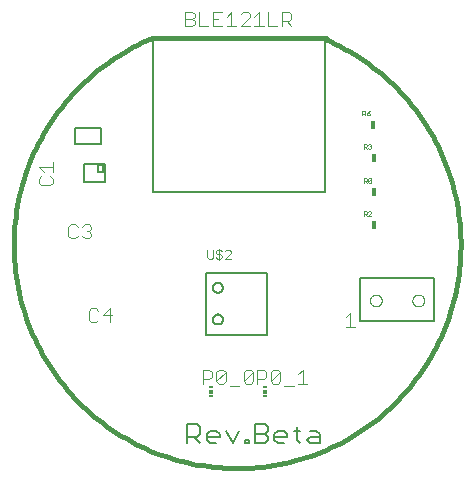
<source format=gto>
G75*
%MOIN*%
%OFA0B0*%
%FSLAX25Y25*%
%IPPOS*%
%LPD*%
%AMOC8*
5,1,8,0,0,1.08239X$1,22.5*
%
%ADD10C,0.00600*%
%ADD11C,0.01600*%
%ADD12C,0.00500*%
%ADD13C,0.00400*%
%ADD14R,0.01181X0.00591*%
%ADD15R,0.01181X0.01181*%
%ADD16C,0.00100*%
%ADD17R,0.01800X0.03000*%
%ADD18C,0.00300*%
%ADD19C,0.00000*%
D10*
X0071641Y0010761D02*
X0071641Y0017167D01*
X0074844Y0017167D01*
X0075912Y0016099D01*
X0075912Y0013964D01*
X0074844Y0012897D01*
X0071641Y0012897D01*
X0073776Y0012897D02*
X0075912Y0010761D01*
X0078087Y0011829D02*
X0078087Y0013964D01*
X0079154Y0015032D01*
X0081289Y0015032D01*
X0082357Y0013964D01*
X0082357Y0012897D01*
X0078087Y0012897D01*
X0078087Y0011829D02*
X0079154Y0010761D01*
X0081289Y0010761D01*
X0084532Y0015032D02*
X0086667Y0010761D01*
X0088803Y0015032D01*
X0090978Y0011829D02*
X0092045Y0011829D01*
X0092045Y0010761D01*
X0090978Y0010761D01*
X0090978Y0011829D01*
X0094200Y0010761D02*
X0097403Y0010761D01*
X0098471Y0011829D01*
X0098471Y0012897D01*
X0097403Y0013964D01*
X0094200Y0013964D01*
X0094200Y0010761D02*
X0094200Y0017167D01*
X0097403Y0017167D01*
X0098471Y0016099D01*
X0098471Y0015032D01*
X0097403Y0013964D01*
X0100646Y0013964D02*
X0100646Y0011829D01*
X0101714Y0010761D01*
X0103849Y0010761D01*
X0104916Y0012897D02*
X0100646Y0012897D01*
X0100646Y0013964D02*
X0101714Y0015032D01*
X0103849Y0015032D01*
X0104916Y0013964D01*
X0104916Y0012897D01*
X0107091Y0015032D02*
X0109227Y0015032D01*
X0108159Y0016099D02*
X0108159Y0011829D01*
X0109227Y0010761D01*
X0111388Y0011829D02*
X0112456Y0012897D01*
X0115659Y0012897D01*
X0115659Y0013964D02*
X0115659Y0010761D01*
X0112456Y0010761D01*
X0111388Y0011829D01*
X0112456Y0015032D02*
X0114591Y0015032D01*
X0115659Y0013964D01*
D11*
X0117404Y0145501D02*
X0119074Y0144765D01*
X0120726Y0143987D01*
X0122358Y0143170D01*
X0123970Y0142313D01*
X0125560Y0141416D01*
X0127128Y0140481D01*
X0128672Y0139508D01*
X0130192Y0138497D01*
X0131687Y0137449D01*
X0133155Y0136365D01*
X0134597Y0135245D01*
X0136011Y0134090D01*
X0137396Y0132901D01*
X0138751Y0131678D01*
X0140076Y0130422D01*
X0141370Y0129135D01*
X0142632Y0127816D01*
X0143861Y0126466D01*
X0145057Y0125087D01*
X0146218Y0123679D01*
X0147345Y0122242D01*
X0148436Y0120779D01*
X0149491Y0119289D01*
X0150510Y0117774D01*
X0151490Y0116235D01*
X0152433Y0114671D01*
X0153337Y0113086D01*
X0154202Y0111478D01*
X0155028Y0109850D01*
X0155813Y0108202D01*
X0156557Y0106535D01*
X0157261Y0104851D01*
X0157923Y0103149D01*
X0158543Y0101432D01*
X0159121Y0099701D01*
X0159656Y0097956D01*
X0160148Y0096198D01*
X0160597Y0094428D01*
X0161003Y0092649D01*
X0161364Y0090859D01*
X0161682Y0089062D01*
X0161956Y0087257D01*
X0162185Y0085446D01*
X0162370Y0083630D01*
X0162510Y0081810D01*
X0162606Y0079987D01*
X0162657Y0078162D01*
X0162663Y0076337D01*
X0162625Y0074511D01*
X0162541Y0072688D01*
X0162413Y0070867D01*
X0162241Y0069050D01*
X0162024Y0067237D01*
X0161762Y0065430D01*
X0161457Y0063631D01*
X0161107Y0061839D01*
X0160714Y0060057D01*
X0160277Y0058284D01*
X0159797Y0056523D01*
X0159273Y0054774D01*
X0158707Y0053039D01*
X0158099Y0051318D01*
X0157449Y0049612D01*
X0156757Y0047923D01*
X0156023Y0046251D01*
X0155249Y0044598D01*
X0154435Y0042964D01*
X0153581Y0041350D01*
X0152688Y0039758D01*
X0151756Y0038189D01*
X0150786Y0036643D01*
X0149778Y0035121D01*
X0148733Y0033624D01*
X0147652Y0032153D01*
X0146535Y0030709D01*
X0145383Y0029293D01*
X0144196Y0027906D01*
X0142976Y0026548D01*
X0141723Y0025220D01*
X0140438Y0023924D01*
X0139122Y0022659D01*
X0137775Y0021427D01*
X0136398Y0020229D01*
X0134992Y0019064D01*
X0133558Y0017935D01*
X0132097Y0016840D01*
X0130609Y0015782D01*
X0129096Y0014761D01*
X0127558Y0013777D01*
X0125997Y0012832D01*
X0124413Y0011924D01*
X0122807Y0011056D01*
X0121181Y0010227D01*
X0119534Y0009439D01*
X0117869Y0008691D01*
X0116186Y0007984D01*
X0114486Y0007319D01*
X0112771Y0006695D01*
X0111040Y0006114D01*
X0109296Y0005575D01*
X0107539Y0005080D01*
X0105771Y0004627D01*
X0103992Y0004218D01*
X0102203Y0003853D01*
X0100406Y0003531D01*
X0098602Y0003254D01*
X0096791Y0003021D01*
X0094976Y0002832D01*
X0093156Y0002689D01*
X0091333Y0002589D01*
X0089508Y0002535D01*
X0087683Y0002525D01*
X0085858Y0002560D01*
X0084034Y0002639D01*
X0082213Y0002763D01*
X0080395Y0002932D01*
X0078582Y0003146D01*
X0076775Y0003403D01*
X0074975Y0003705D01*
X0073182Y0004051D01*
X0071399Y0004441D01*
X0069626Y0004875D01*
X0067864Y0005351D01*
X0066114Y0005871D01*
X0064377Y0006434D01*
X0062655Y0007039D01*
X0060948Y0007686D01*
X0059257Y0008374D01*
X0057584Y0009104D01*
X0055929Y0009875D01*
X0054294Y0010686D01*
X0052679Y0011536D01*
X0051085Y0012427D01*
X0049513Y0013355D01*
X0047965Y0014323D01*
X0046441Y0015327D01*
X0044942Y0016369D01*
X0043469Y0017448D01*
X0042023Y0018562D01*
X0040605Y0019711D01*
X0039215Y0020894D01*
X0037855Y0022112D01*
X0036525Y0023362D01*
X0035226Y0024644D01*
X0033958Y0025958D01*
X0032724Y0027303D01*
X0031523Y0028677D01*
X0030355Y0030081D01*
X0029223Y0031513D01*
X0028126Y0032972D01*
X0027065Y0034457D01*
X0026040Y0035968D01*
X0025054Y0037504D01*
X0024105Y0039063D01*
X0023194Y0040645D01*
X0022323Y0042249D01*
X0021491Y0043874D01*
X0020699Y0045519D01*
X0019948Y0047183D01*
X0019238Y0048865D01*
X0018569Y0050563D01*
X0017942Y0052278D01*
X0017357Y0054007D01*
X0016815Y0055750D01*
X0016316Y0057506D01*
X0015860Y0059273D01*
X0015447Y0061052D01*
X0015078Y0062839D01*
X0014753Y0064636D01*
X0014472Y0066439D01*
X0014235Y0068249D01*
X0014043Y0070065D01*
X0013896Y0071884D01*
X0013793Y0073707D01*
X0013734Y0075531D01*
X0013721Y0077357D01*
X0013752Y0079182D01*
X0013828Y0081006D01*
X0013949Y0082827D01*
X0014114Y0084645D01*
X0014324Y0086459D01*
X0014578Y0088266D01*
X0014876Y0090067D01*
X0015218Y0091860D01*
X0015605Y0093644D01*
X0016035Y0095419D01*
X0016508Y0097182D01*
X0017024Y0098933D01*
X0017583Y0100670D01*
X0018185Y0102394D01*
X0018828Y0104102D01*
X0019513Y0105794D01*
X0020240Y0107469D01*
X0021007Y0109125D01*
X0021815Y0110762D01*
X0022662Y0112379D01*
X0023549Y0113974D01*
X0024475Y0115548D01*
X0025439Y0117098D01*
X0026441Y0118624D01*
X0027480Y0120125D01*
X0028555Y0121600D01*
X0029666Y0123048D01*
X0030812Y0124469D01*
X0031993Y0125861D01*
X0033208Y0127224D01*
X0034455Y0128557D01*
X0035735Y0129858D01*
X0037047Y0131128D01*
X0038389Y0132365D01*
X0039761Y0133569D01*
X0041162Y0134740D01*
X0042591Y0135875D01*
X0044048Y0136975D01*
X0045532Y0138039D01*
X0047041Y0139066D01*
X0048574Y0140056D01*
X0050132Y0141008D01*
X0051712Y0141922D01*
X0053314Y0142797D01*
X0054938Y0143632D01*
X0056581Y0144427D01*
X0058243Y0145181D01*
X0059923Y0145895D01*
X0059924Y0145894D02*
X0117798Y0145894D01*
D12*
X0117601Y0145383D02*
X0117601Y0094595D01*
X0060121Y0094595D01*
X0060121Y0145383D01*
X0117601Y0145383D01*
X0044148Y0103824D02*
X0044125Y0098009D01*
X0037219Y0097985D01*
X0037219Y0103831D01*
X0044148Y0103824D01*
X0043703Y0103658D02*
X0043703Y0101194D01*
X0043888Y0101194D01*
X0043888Y0101099D01*
X0041841Y0101099D01*
X0041841Y0103587D01*
X0041818Y0103587D01*
X0041979Y0103706D02*
X0043633Y0103706D01*
X0043633Y0101422D01*
X0042916Y0110580D02*
X0034097Y0110580D01*
X0034097Y0116052D01*
X0042916Y0116052D01*
X0042916Y0110580D01*
X0077837Y0067430D02*
X0077837Y0046957D01*
X0098310Y0046957D01*
X0098310Y0067430D01*
X0077837Y0067430D01*
X0080104Y0062706D02*
X0080106Y0062787D01*
X0080112Y0062868D01*
X0080122Y0062949D01*
X0080136Y0063029D01*
X0080153Y0063109D01*
X0080175Y0063187D01*
X0080200Y0063264D01*
X0080229Y0063340D01*
X0080262Y0063415D01*
X0080298Y0063488D01*
X0080338Y0063559D01*
X0080381Y0063627D01*
X0080428Y0063694D01*
X0080477Y0063759D01*
X0080530Y0063820D01*
X0080586Y0063880D01*
X0080645Y0063936D01*
X0080706Y0063990D01*
X0080770Y0064040D01*
X0080836Y0064087D01*
X0080904Y0064132D01*
X0080974Y0064172D01*
X0081047Y0064209D01*
X0081121Y0064243D01*
X0081196Y0064273D01*
X0081273Y0064299D01*
X0081352Y0064322D01*
X0081431Y0064340D01*
X0081511Y0064355D01*
X0081591Y0064366D01*
X0081672Y0064373D01*
X0081754Y0064376D01*
X0081835Y0064375D01*
X0081916Y0064370D01*
X0081997Y0064361D01*
X0082077Y0064348D01*
X0082157Y0064332D01*
X0082236Y0064311D01*
X0082313Y0064287D01*
X0082390Y0064258D01*
X0082464Y0064227D01*
X0082538Y0064191D01*
X0082609Y0064152D01*
X0082678Y0064110D01*
X0082746Y0064064D01*
X0082811Y0064015D01*
X0082873Y0063963D01*
X0082933Y0063908D01*
X0082990Y0063850D01*
X0083045Y0063790D01*
X0083096Y0063727D01*
X0083144Y0063661D01*
X0083189Y0063593D01*
X0083230Y0063523D01*
X0083268Y0063451D01*
X0083303Y0063378D01*
X0083334Y0063303D01*
X0083361Y0063226D01*
X0083384Y0063148D01*
X0083404Y0063069D01*
X0083420Y0062989D01*
X0083432Y0062909D01*
X0083440Y0062828D01*
X0083444Y0062747D01*
X0083444Y0062665D01*
X0083440Y0062584D01*
X0083432Y0062503D01*
X0083420Y0062423D01*
X0083404Y0062343D01*
X0083384Y0062264D01*
X0083361Y0062186D01*
X0083334Y0062109D01*
X0083303Y0062034D01*
X0083268Y0061961D01*
X0083230Y0061889D01*
X0083189Y0061819D01*
X0083144Y0061751D01*
X0083096Y0061685D01*
X0083045Y0061622D01*
X0082990Y0061562D01*
X0082933Y0061504D01*
X0082873Y0061449D01*
X0082811Y0061397D01*
X0082746Y0061348D01*
X0082678Y0061302D01*
X0082609Y0061260D01*
X0082538Y0061221D01*
X0082464Y0061185D01*
X0082390Y0061154D01*
X0082313Y0061125D01*
X0082236Y0061101D01*
X0082157Y0061080D01*
X0082077Y0061064D01*
X0081997Y0061051D01*
X0081916Y0061042D01*
X0081835Y0061037D01*
X0081754Y0061036D01*
X0081672Y0061039D01*
X0081591Y0061046D01*
X0081511Y0061057D01*
X0081431Y0061072D01*
X0081352Y0061090D01*
X0081273Y0061113D01*
X0081196Y0061139D01*
X0081121Y0061169D01*
X0081047Y0061203D01*
X0080974Y0061240D01*
X0080904Y0061280D01*
X0080836Y0061325D01*
X0080770Y0061372D01*
X0080706Y0061422D01*
X0080645Y0061476D01*
X0080586Y0061532D01*
X0080530Y0061592D01*
X0080477Y0061653D01*
X0080428Y0061718D01*
X0080381Y0061785D01*
X0080338Y0061853D01*
X0080298Y0061924D01*
X0080262Y0061997D01*
X0080229Y0062072D01*
X0080200Y0062148D01*
X0080175Y0062225D01*
X0080153Y0062303D01*
X0080136Y0062383D01*
X0080122Y0062463D01*
X0080112Y0062544D01*
X0080106Y0062625D01*
X0080104Y0062706D01*
X0080104Y0052076D02*
X0080106Y0052157D01*
X0080112Y0052238D01*
X0080122Y0052319D01*
X0080136Y0052399D01*
X0080153Y0052479D01*
X0080175Y0052557D01*
X0080200Y0052634D01*
X0080229Y0052710D01*
X0080262Y0052785D01*
X0080298Y0052858D01*
X0080338Y0052929D01*
X0080381Y0052997D01*
X0080428Y0053064D01*
X0080477Y0053129D01*
X0080530Y0053190D01*
X0080586Y0053250D01*
X0080645Y0053306D01*
X0080706Y0053360D01*
X0080770Y0053410D01*
X0080836Y0053457D01*
X0080904Y0053502D01*
X0080974Y0053542D01*
X0081047Y0053579D01*
X0081121Y0053613D01*
X0081196Y0053643D01*
X0081273Y0053669D01*
X0081352Y0053692D01*
X0081431Y0053710D01*
X0081511Y0053725D01*
X0081591Y0053736D01*
X0081672Y0053743D01*
X0081754Y0053746D01*
X0081835Y0053745D01*
X0081916Y0053740D01*
X0081997Y0053731D01*
X0082077Y0053718D01*
X0082157Y0053702D01*
X0082236Y0053681D01*
X0082313Y0053657D01*
X0082390Y0053628D01*
X0082464Y0053597D01*
X0082538Y0053561D01*
X0082609Y0053522D01*
X0082678Y0053480D01*
X0082746Y0053434D01*
X0082811Y0053385D01*
X0082873Y0053333D01*
X0082933Y0053278D01*
X0082990Y0053220D01*
X0083045Y0053160D01*
X0083096Y0053097D01*
X0083144Y0053031D01*
X0083189Y0052963D01*
X0083230Y0052893D01*
X0083268Y0052821D01*
X0083303Y0052748D01*
X0083334Y0052673D01*
X0083361Y0052596D01*
X0083384Y0052518D01*
X0083404Y0052439D01*
X0083420Y0052359D01*
X0083432Y0052279D01*
X0083440Y0052198D01*
X0083444Y0052117D01*
X0083444Y0052035D01*
X0083440Y0051954D01*
X0083432Y0051873D01*
X0083420Y0051793D01*
X0083404Y0051713D01*
X0083384Y0051634D01*
X0083361Y0051556D01*
X0083334Y0051479D01*
X0083303Y0051404D01*
X0083268Y0051331D01*
X0083230Y0051259D01*
X0083189Y0051189D01*
X0083144Y0051121D01*
X0083096Y0051055D01*
X0083045Y0050992D01*
X0082990Y0050932D01*
X0082933Y0050874D01*
X0082873Y0050819D01*
X0082811Y0050767D01*
X0082746Y0050718D01*
X0082678Y0050672D01*
X0082609Y0050630D01*
X0082538Y0050591D01*
X0082464Y0050555D01*
X0082390Y0050524D01*
X0082313Y0050495D01*
X0082236Y0050471D01*
X0082157Y0050450D01*
X0082077Y0050434D01*
X0081997Y0050421D01*
X0081916Y0050412D01*
X0081835Y0050407D01*
X0081754Y0050406D01*
X0081672Y0050409D01*
X0081591Y0050416D01*
X0081511Y0050427D01*
X0081431Y0050442D01*
X0081352Y0050460D01*
X0081273Y0050483D01*
X0081196Y0050509D01*
X0081121Y0050539D01*
X0081047Y0050573D01*
X0080974Y0050610D01*
X0080904Y0050650D01*
X0080836Y0050695D01*
X0080770Y0050742D01*
X0080706Y0050792D01*
X0080645Y0050846D01*
X0080586Y0050902D01*
X0080530Y0050962D01*
X0080477Y0051023D01*
X0080428Y0051088D01*
X0080381Y0051155D01*
X0080338Y0051223D01*
X0080298Y0051294D01*
X0080262Y0051367D01*
X0080229Y0051442D01*
X0080200Y0051518D01*
X0080175Y0051595D01*
X0080153Y0051673D01*
X0080136Y0051753D01*
X0080122Y0051833D01*
X0080112Y0051914D01*
X0080106Y0051995D01*
X0080104Y0052076D01*
X0129097Y0051682D02*
X0129097Y0065855D01*
X0153703Y0065855D01*
X0153703Y0051682D01*
X0129097Y0051682D01*
D13*
X0041146Y0051154D02*
X0039612Y0051154D01*
X0038844Y0051921D01*
X0038844Y0054990D01*
X0039612Y0055757D01*
X0041146Y0055757D01*
X0041914Y0054990D01*
X0043448Y0053455D02*
X0046518Y0053455D01*
X0045750Y0051154D02*
X0045750Y0055757D01*
X0043448Y0053455D01*
X0041914Y0051921D02*
X0041146Y0051154D01*
X0038865Y0079146D02*
X0037331Y0079146D01*
X0036563Y0079913D01*
X0035029Y0079913D02*
X0034261Y0079146D01*
X0032727Y0079146D01*
X0031959Y0079913D01*
X0031959Y0082982D01*
X0032727Y0083750D01*
X0034261Y0083750D01*
X0035029Y0082982D01*
X0036563Y0082982D02*
X0037331Y0083750D01*
X0038865Y0083750D01*
X0039633Y0082982D01*
X0039633Y0082215D01*
X0038865Y0081448D01*
X0039633Y0080680D01*
X0039633Y0079913D01*
X0038865Y0079146D01*
X0038865Y0081448D02*
X0038098Y0081448D01*
X0025984Y0096744D02*
X0022915Y0096744D01*
X0022148Y0097511D01*
X0022148Y0099046D01*
X0022915Y0099813D01*
X0023682Y0101348D02*
X0022148Y0102883D01*
X0026751Y0102883D01*
X0026751Y0104417D02*
X0026751Y0101348D01*
X0025984Y0099813D02*
X0026751Y0099046D01*
X0026751Y0097511D01*
X0025984Y0096744D01*
X0070951Y0149913D02*
X0073253Y0149913D01*
X0074020Y0150681D01*
X0074020Y0151448D01*
X0073253Y0152215D01*
X0070951Y0152215D01*
X0070951Y0149913D02*
X0070951Y0154517D01*
X0073253Y0154517D01*
X0074020Y0153750D01*
X0074020Y0152983D01*
X0073253Y0152215D01*
X0075555Y0149913D02*
X0078624Y0149913D01*
X0080159Y0149913D02*
X0083228Y0149913D01*
X0084762Y0149913D02*
X0087832Y0149913D01*
X0089366Y0149913D02*
X0092436Y0152983D01*
X0092436Y0153750D01*
X0091668Y0154517D01*
X0090134Y0154517D01*
X0089366Y0153750D01*
X0086297Y0154517D02*
X0086297Y0149913D01*
X0089366Y0149913D02*
X0092436Y0149913D01*
X0093970Y0149913D02*
X0097040Y0149913D01*
X0098574Y0149913D02*
X0101643Y0149913D01*
X0103178Y0149913D02*
X0103178Y0154517D01*
X0105480Y0154517D01*
X0106247Y0153750D01*
X0106247Y0152215D01*
X0105480Y0151448D01*
X0103178Y0151448D01*
X0104713Y0151448D02*
X0106247Y0149913D01*
X0098574Y0149913D02*
X0098574Y0154517D01*
X0095505Y0154517D02*
X0095505Y0149913D01*
X0093970Y0152983D02*
X0095505Y0154517D01*
X0086297Y0154517D02*
X0084762Y0152983D01*
X0083228Y0154517D02*
X0080159Y0154517D01*
X0080159Y0149913D01*
X0080159Y0152215D02*
X0081693Y0152215D01*
X0075555Y0154517D02*
X0075555Y0149913D01*
X0125910Y0054320D02*
X0125910Y0049717D01*
X0124376Y0049717D02*
X0127445Y0049717D01*
X0124376Y0052786D02*
X0125910Y0054320D01*
X0110096Y0035285D02*
X0110096Y0030681D01*
X0108562Y0030681D02*
X0111631Y0030681D01*
X0108562Y0033750D02*
X0110096Y0035285D01*
X0107027Y0029914D02*
X0103958Y0029914D01*
X0102423Y0031448D02*
X0101656Y0030681D01*
X0100121Y0030681D01*
X0099354Y0031448D01*
X0102423Y0034518D01*
X0102423Y0031448D01*
X0099354Y0031448D02*
X0099354Y0034518D01*
X0100121Y0035285D01*
X0101656Y0035285D01*
X0102423Y0034518D01*
X0097819Y0034518D02*
X0097819Y0032983D01*
X0097052Y0032216D01*
X0094750Y0032216D01*
X0093560Y0031448D02*
X0092793Y0030681D01*
X0091258Y0030681D01*
X0090491Y0031448D01*
X0093560Y0034518D01*
X0093560Y0031448D01*
X0094750Y0030681D02*
X0094750Y0035285D01*
X0097052Y0035285D01*
X0097819Y0034518D01*
X0093560Y0034518D02*
X0092793Y0035285D01*
X0091258Y0035285D01*
X0090491Y0034518D01*
X0090491Y0031448D01*
X0088956Y0029914D02*
X0085887Y0029914D01*
X0084352Y0031448D02*
X0083585Y0030681D01*
X0082050Y0030681D01*
X0081283Y0031448D01*
X0084352Y0034518D01*
X0084352Y0031448D01*
X0081283Y0031448D02*
X0081283Y0034518D01*
X0082050Y0035285D01*
X0083585Y0035285D01*
X0084352Y0034518D01*
X0079748Y0034518D02*
X0079748Y0032983D01*
X0078981Y0032216D01*
X0076679Y0032216D01*
X0076679Y0030681D02*
X0076679Y0035285D01*
X0078981Y0035285D01*
X0079748Y0034518D01*
D14*
X0079570Y0029457D03*
X0079570Y0026505D03*
X0097640Y0026505D03*
X0097640Y0029457D03*
D15*
X0097640Y0027981D03*
X0079570Y0027981D03*
D16*
X0130411Y0086622D02*
X0130411Y0088123D01*
X0131162Y0088123D01*
X0131412Y0087873D01*
X0131412Y0087372D01*
X0131162Y0087122D01*
X0130411Y0087122D01*
X0130911Y0087122D02*
X0131412Y0086622D01*
X0131884Y0086622D02*
X0132885Y0087623D01*
X0132885Y0087873D01*
X0132635Y0088123D01*
X0132134Y0088123D01*
X0131884Y0087873D01*
X0131884Y0086622D02*
X0132885Y0086622D01*
X0132674Y0097645D02*
X0132174Y0097645D01*
X0131924Y0097895D01*
X0132924Y0098896D01*
X0132924Y0097895D01*
X0132674Y0097645D01*
X0131924Y0097895D02*
X0131924Y0098896D01*
X0132174Y0099147D01*
X0132674Y0099147D01*
X0132924Y0098896D01*
X0131451Y0098896D02*
X0131451Y0098396D01*
X0131201Y0098146D01*
X0130450Y0098146D01*
X0130951Y0098146D02*
X0131451Y0097645D01*
X0130450Y0097645D02*
X0130450Y0099147D01*
X0131201Y0099147D01*
X0131451Y0098896D01*
X0131372Y0109063D02*
X0130872Y0109563D01*
X0131122Y0109563D02*
X0130372Y0109563D01*
X0130372Y0109063D02*
X0130372Y0110564D01*
X0131122Y0110564D01*
X0131372Y0110314D01*
X0131372Y0109813D01*
X0131122Y0109563D01*
X0131845Y0109313D02*
X0132095Y0109063D01*
X0132595Y0109063D01*
X0132846Y0109313D01*
X0132846Y0109563D01*
X0132595Y0109813D01*
X0132345Y0109813D01*
X0132595Y0109813D02*
X0132846Y0110063D01*
X0132846Y0110314D01*
X0132595Y0110564D01*
X0132095Y0110564D01*
X0131845Y0110314D01*
X0131662Y0120086D02*
X0131412Y0120336D01*
X0131412Y0120837D01*
X0132162Y0120837D01*
X0132413Y0120587D01*
X0132413Y0120336D01*
X0132162Y0120086D01*
X0131662Y0120086D01*
X0130939Y0120086D02*
X0130439Y0120587D01*
X0130689Y0120587D02*
X0129938Y0120587D01*
X0129938Y0120086D02*
X0129938Y0121587D01*
X0130689Y0121587D01*
X0130939Y0121337D01*
X0130939Y0120837D01*
X0130689Y0120587D01*
X0131412Y0120837D02*
X0131912Y0121337D01*
X0132413Y0121587D01*
D17*
X0133388Y0117036D03*
X0133822Y0106013D03*
X0133900Y0094595D03*
X0133861Y0083572D03*
D18*
X0086052Y0074762D02*
X0085568Y0075246D01*
X0084600Y0075246D01*
X0084117Y0074762D01*
X0083105Y0074762D02*
X0082621Y0075246D01*
X0081654Y0075246D01*
X0081170Y0074762D01*
X0081170Y0074279D01*
X0081654Y0073795D01*
X0082621Y0073795D01*
X0083105Y0073311D01*
X0083105Y0072827D01*
X0082621Y0072344D01*
X0081654Y0072344D01*
X0081170Y0072827D01*
X0080158Y0072827D02*
X0080158Y0075246D01*
X0082137Y0075730D02*
X0082137Y0071860D01*
X0084117Y0072344D02*
X0086052Y0074279D01*
X0086052Y0074762D01*
X0086052Y0072344D02*
X0084117Y0072344D01*
X0080158Y0072827D02*
X0079675Y0072344D01*
X0078707Y0072344D01*
X0078223Y0072827D01*
X0078223Y0075246D01*
D19*
X0132443Y0058375D02*
X0132445Y0058463D01*
X0132451Y0058551D01*
X0132461Y0058639D01*
X0132475Y0058727D01*
X0132492Y0058813D01*
X0132514Y0058899D01*
X0132539Y0058983D01*
X0132569Y0059067D01*
X0132601Y0059149D01*
X0132638Y0059229D01*
X0132678Y0059308D01*
X0132722Y0059385D01*
X0132769Y0059460D01*
X0132819Y0059532D01*
X0132873Y0059603D01*
X0132929Y0059670D01*
X0132989Y0059736D01*
X0133051Y0059798D01*
X0133117Y0059858D01*
X0133184Y0059914D01*
X0133255Y0059968D01*
X0133327Y0060018D01*
X0133402Y0060065D01*
X0133479Y0060109D01*
X0133558Y0060149D01*
X0133638Y0060186D01*
X0133720Y0060218D01*
X0133804Y0060248D01*
X0133888Y0060273D01*
X0133974Y0060295D01*
X0134060Y0060312D01*
X0134148Y0060326D01*
X0134236Y0060336D01*
X0134324Y0060342D01*
X0134412Y0060344D01*
X0134500Y0060342D01*
X0134588Y0060336D01*
X0134676Y0060326D01*
X0134764Y0060312D01*
X0134850Y0060295D01*
X0134936Y0060273D01*
X0135020Y0060248D01*
X0135104Y0060218D01*
X0135186Y0060186D01*
X0135266Y0060149D01*
X0135345Y0060109D01*
X0135422Y0060065D01*
X0135497Y0060018D01*
X0135569Y0059968D01*
X0135640Y0059914D01*
X0135707Y0059858D01*
X0135773Y0059798D01*
X0135835Y0059736D01*
X0135895Y0059670D01*
X0135951Y0059603D01*
X0136005Y0059532D01*
X0136055Y0059460D01*
X0136102Y0059385D01*
X0136146Y0059308D01*
X0136186Y0059229D01*
X0136223Y0059149D01*
X0136255Y0059067D01*
X0136285Y0058983D01*
X0136310Y0058899D01*
X0136332Y0058813D01*
X0136349Y0058727D01*
X0136363Y0058639D01*
X0136373Y0058551D01*
X0136379Y0058463D01*
X0136381Y0058375D01*
X0136379Y0058287D01*
X0136373Y0058199D01*
X0136363Y0058111D01*
X0136349Y0058023D01*
X0136332Y0057937D01*
X0136310Y0057851D01*
X0136285Y0057767D01*
X0136255Y0057683D01*
X0136223Y0057601D01*
X0136186Y0057521D01*
X0136146Y0057442D01*
X0136102Y0057365D01*
X0136055Y0057290D01*
X0136005Y0057218D01*
X0135951Y0057147D01*
X0135895Y0057080D01*
X0135835Y0057014D01*
X0135773Y0056952D01*
X0135707Y0056892D01*
X0135640Y0056836D01*
X0135569Y0056782D01*
X0135497Y0056732D01*
X0135422Y0056685D01*
X0135345Y0056641D01*
X0135266Y0056601D01*
X0135186Y0056564D01*
X0135104Y0056532D01*
X0135020Y0056502D01*
X0134936Y0056477D01*
X0134850Y0056455D01*
X0134764Y0056438D01*
X0134676Y0056424D01*
X0134588Y0056414D01*
X0134500Y0056408D01*
X0134412Y0056406D01*
X0134324Y0056408D01*
X0134236Y0056414D01*
X0134148Y0056424D01*
X0134060Y0056438D01*
X0133974Y0056455D01*
X0133888Y0056477D01*
X0133804Y0056502D01*
X0133720Y0056532D01*
X0133638Y0056564D01*
X0133558Y0056601D01*
X0133479Y0056641D01*
X0133402Y0056685D01*
X0133327Y0056732D01*
X0133255Y0056782D01*
X0133184Y0056836D01*
X0133117Y0056892D01*
X0133051Y0056952D01*
X0132989Y0057014D01*
X0132929Y0057080D01*
X0132873Y0057147D01*
X0132819Y0057218D01*
X0132769Y0057290D01*
X0132722Y0057365D01*
X0132678Y0057442D01*
X0132638Y0057521D01*
X0132601Y0057601D01*
X0132569Y0057683D01*
X0132539Y0057767D01*
X0132514Y0057851D01*
X0132492Y0057937D01*
X0132475Y0058023D01*
X0132461Y0058111D01*
X0132451Y0058199D01*
X0132445Y0058287D01*
X0132443Y0058375D01*
X0146616Y0058375D02*
X0146618Y0058463D01*
X0146624Y0058551D01*
X0146634Y0058639D01*
X0146648Y0058727D01*
X0146665Y0058813D01*
X0146687Y0058899D01*
X0146712Y0058983D01*
X0146742Y0059067D01*
X0146774Y0059149D01*
X0146811Y0059229D01*
X0146851Y0059308D01*
X0146895Y0059385D01*
X0146942Y0059460D01*
X0146992Y0059532D01*
X0147046Y0059603D01*
X0147102Y0059670D01*
X0147162Y0059736D01*
X0147224Y0059798D01*
X0147290Y0059858D01*
X0147357Y0059914D01*
X0147428Y0059968D01*
X0147500Y0060018D01*
X0147575Y0060065D01*
X0147652Y0060109D01*
X0147731Y0060149D01*
X0147811Y0060186D01*
X0147893Y0060218D01*
X0147977Y0060248D01*
X0148061Y0060273D01*
X0148147Y0060295D01*
X0148233Y0060312D01*
X0148321Y0060326D01*
X0148409Y0060336D01*
X0148497Y0060342D01*
X0148585Y0060344D01*
X0148673Y0060342D01*
X0148761Y0060336D01*
X0148849Y0060326D01*
X0148937Y0060312D01*
X0149023Y0060295D01*
X0149109Y0060273D01*
X0149193Y0060248D01*
X0149277Y0060218D01*
X0149359Y0060186D01*
X0149439Y0060149D01*
X0149518Y0060109D01*
X0149595Y0060065D01*
X0149670Y0060018D01*
X0149742Y0059968D01*
X0149813Y0059914D01*
X0149880Y0059858D01*
X0149946Y0059798D01*
X0150008Y0059736D01*
X0150068Y0059670D01*
X0150124Y0059603D01*
X0150178Y0059532D01*
X0150228Y0059460D01*
X0150275Y0059385D01*
X0150319Y0059308D01*
X0150359Y0059229D01*
X0150396Y0059149D01*
X0150428Y0059067D01*
X0150458Y0058983D01*
X0150483Y0058899D01*
X0150505Y0058813D01*
X0150522Y0058727D01*
X0150536Y0058639D01*
X0150546Y0058551D01*
X0150552Y0058463D01*
X0150554Y0058375D01*
X0150552Y0058287D01*
X0150546Y0058199D01*
X0150536Y0058111D01*
X0150522Y0058023D01*
X0150505Y0057937D01*
X0150483Y0057851D01*
X0150458Y0057767D01*
X0150428Y0057683D01*
X0150396Y0057601D01*
X0150359Y0057521D01*
X0150319Y0057442D01*
X0150275Y0057365D01*
X0150228Y0057290D01*
X0150178Y0057218D01*
X0150124Y0057147D01*
X0150068Y0057080D01*
X0150008Y0057014D01*
X0149946Y0056952D01*
X0149880Y0056892D01*
X0149813Y0056836D01*
X0149742Y0056782D01*
X0149670Y0056732D01*
X0149595Y0056685D01*
X0149518Y0056641D01*
X0149439Y0056601D01*
X0149359Y0056564D01*
X0149277Y0056532D01*
X0149193Y0056502D01*
X0149109Y0056477D01*
X0149023Y0056455D01*
X0148937Y0056438D01*
X0148849Y0056424D01*
X0148761Y0056414D01*
X0148673Y0056408D01*
X0148585Y0056406D01*
X0148497Y0056408D01*
X0148409Y0056414D01*
X0148321Y0056424D01*
X0148233Y0056438D01*
X0148147Y0056455D01*
X0148061Y0056477D01*
X0147977Y0056502D01*
X0147893Y0056532D01*
X0147811Y0056564D01*
X0147731Y0056601D01*
X0147652Y0056641D01*
X0147575Y0056685D01*
X0147500Y0056732D01*
X0147428Y0056782D01*
X0147357Y0056836D01*
X0147290Y0056892D01*
X0147224Y0056952D01*
X0147162Y0057014D01*
X0147102Y0057080D01*
X0147046Y0057147D01*
X0146992Y0057218D01*
X0146942Y0057290D01*
X0146895Y0057365D01*
X0146851Y0057442D01*
X0146811Y0057521D01*
X0146774Y0057601D01*
X0146742Y0057683D01*
X0146712Y0057767D01*
X0146687Y0057851D01*
X0146665Y0057937D01*
X0146648Y0058023D01*
X0146634Y0058111D01*
X0146624Y0058199D01*
X0146618Y0058287D01*
X0146616Y0058375D01*
M02*

</source>
